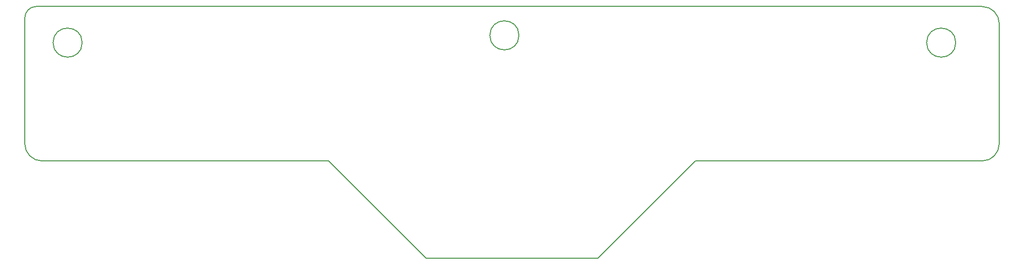
<source format=gbr>
G04 #@! TF.GenerationSoftware,KiCad,Pcbnew,(5.1.2)-2*
G04 #@! TF.CreationDate,2020-01-05T22:50:10+09:00*
G04 #@! TF.ProjectId,rancer_sensor,72616e63-6572-45f7-9365-6e736f722e6b,rev?*
G04 #@! TF.SameCoordinates,Original*
G04 #@! TF.FileFunction,Profile,NP*
%FSLAX46Y46*%
G04 Gerber Fmt 4.6, Leading zero omitted, Abs format (unit mm)*
G04 Created by KiCad (PCBNEW (5.1.2)-2) date 2020-01-05 22:50:10*
%MOMM*%
%LPD*%
G04 APERTURE LIST*
%ADD10C,0.150000*%
G04 APERTURE END LIST*
D10*
X249555000Y-106045000D02*
G75*
G03X249555000Y-106045000I-2540000J0D01*
G01*
X97155000Y-106045000D02*
G75*
G03X97155000Y-106045000I-2540000J0D01*
G01*
X173355000Y-104775000D02*
G75*
G03X173355000Y-104775000I-2540000J0D01*
G01*
X140145000Y-126730000D02*
X90145000Y-126730000D01*
X254145000Y-126730000D02*
X204145000Y-126730000D01*
X257145000Y-102730000D02*
X257145000Y-123730000D01*
X89145000Y-99730000D02*
X254145000Y-99730000D01*
X87145000Y-123730000D02*
X87145000Y-101730000D01*
X254145000Y-99730000D02*
G75*
G02X257145000Y-102730000I0J-3000000D01*
G01*
X257145000Y-123730000D02*
G75*
G02X254145000Y-126730000I-3000000J0D01*
G01*
X90145000Y-126730000D02*
G75*
G02X87145000Y-123730000I0J3000000D01*
G01*
X87145000Y-101730000D02*
G75*
G02X89145000Y-99730000I2000000J0D01*
G01*
X157145000Y-143730000D02*
X140145000Y-126730000D01*
X187145000Y-143730000D02*
X157145000Y-143730000D01*
X204145000Y-126730000D02*
X187145000Y-143730000D01*
M02*

</source>
